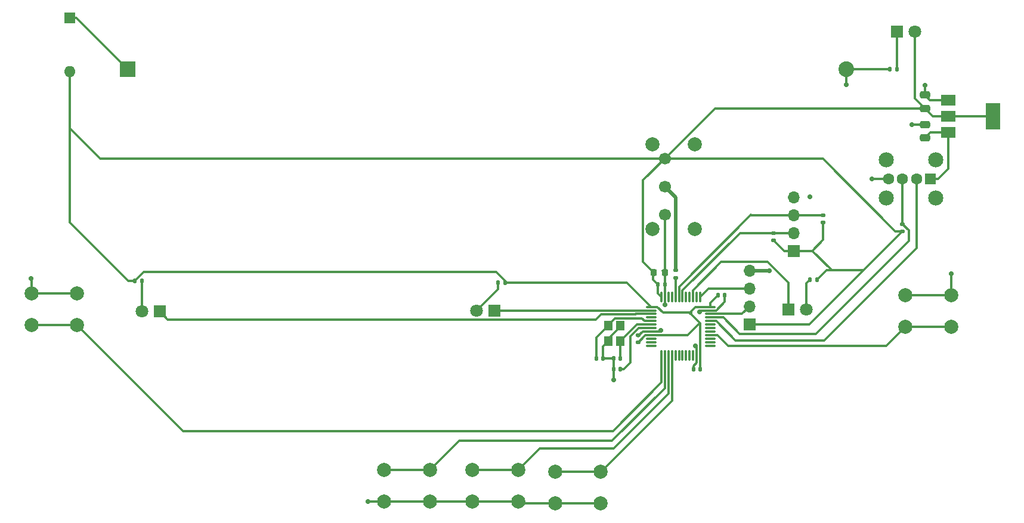
<source format=gbr>
%TF.GenerationSoftware,KiCad,Pcbnew,(6.0.5)*%
%TF.CreationDate,2022-08-19T06:06:55-03:00*%
%TF.ProjectId,chess_clock_proj,63686573-735f-4636-9c6f-636b5f70726f,v1.0*%
%TF.SameCoordinates,Original*%
%TF.FileFunction,Copper,L1,Top*%
%TF.FilePolarity,Positive*%
%FSLAX46Y46*%
G04 Gerber Fmt 4.6, Leading zero omitted, Abs format (unit mm)*
G04 Created by KiCad (PCBNEW (6.0.5)) date 2022-08-19 06:06:55*
%MOMM*%
%LPD*%
G01*
G04 APERTURE LIST*
G04 Aperture macros list*
%AMRoundRect*
0 Rectangle with rounded corners*
0 $1 Rounding radius*
0 $2 $3 $4 $5 $6 $7 $8 $9 X,Y pos of 4 corners*
0 Add a 4 corners polygon primitive as box body*
4,1,4,$2,$3,$4,$5,$6,$7,$8,$9,$2,$3,0*
0 Add four circle primitives for the rounded corners*
1,1,$1+$1,$2,$3*
1,1,$1+$1,$4,$5*
1,1,$1+$1,$6,$7*
1,1,$1+$1,$8,$9*
0 Add four rect primitives between the rounded corners*
20,1,$1+$1,$2,$3,$4,$5,0*
20,1,$1+$1,$4,$5,$6,$7,0*
20,1,$1+$1,$6,$7,$8,$9,0*
20,1,$1+$1,$8,$9,$2,$3,0*%
G04 Aperture macros list end*
%TA.AperFunction,SMDPad,CuDef*%
%ADD10RoundRect,0.135000X0.135000X0.185000X-0.135000X0.185000X-0.135000X-0.185000X0.135000X-0.185000X0*%
%TD*%
%TA.AperFunction,ComponentPad*%
%ADD11R,1.600000X1.600000*%
%TD*%
%TA.AperFunction,ComponentPad*%
%ADD12O,1.600000X1.600000*%
%TD*%
%TA.AperFunction,ComponentPad*%
%ADD13C,2.000000*%
%TD*%
%TA.AperFunction,SMDPad,CuDef*%
%ADD14RoundRect,0.140000X0.170000X-0.140000X0.170000X0.140000X-0.170000X0.140000X-0.170000X-0.140000X0*%
%TD*%
%TA.AperFunction,SMDPad,CuDef*%
%ADD15RoundRect,0.225000X-0.225000X-0.250000X0.225000X-0.250000X0.225000X0.250000X-0.225000X0.250000X0*%
%TD*%
%TA.AperFunction,SMDPad,CuDef*%
%ADD16RoundRect,0.135000X-0.185000X0.135000X-0.185000X-0.135000X0.185000X-0.135000X0.185000X0.135000X0*%
%TD*%
%TA.AperFunction,ComponentPad*%
%ADD17C,1.600000*%
%TD*%
%TA.AperFunction,ComponentPad*%
%ADD18C,2.150000*%
%TD*%
%TA.AperFunction,SMDPad,CuDef*%
%ADD19RoundRect,0.135000X-0.135000X-0.185000X0.135000X-0.185000X0.135000X0.185000X-0.135000X0.185000X0*%
%TD*%
%TA.AperFunction,ComponentPad*%
%ADD20R,2.230000X2.230000*%
%TD*%
%TA.AperFunction,ComponentPad*%
%ADD21C,2.230000*%
%TD*%
%TA.AperFunction,SMDPad,CuDef*%
%ADD22RoundRect,0.250000X0.475000X-0.250000X0.475000X0.250000X-0.475000X0.250000X-0.475000X-0.250000X0*%
%TD*%
%TA.AperFunction,SMDPad,CuDef*%
%ADD23R,2.000000X1.500000*%
%TD*%
%TA.AperFunction,SMDPad,CuDef*%
%ADD24R,2.000000X3.800000*%
%TD*%
%TA.AperFunction,ComponentPad*%
%ADD25R,1.800000X1.800000*%
%TD*%
%TA.AperFunction,ComponentPad*%
%ADD26C,1.800000*%
%TD*%
%TA.AperFunction,ComponentPad*%
%ADD27R,1.700000X1.700000*%
%TD*%
%TA.AperFunction,ComponentPad*%
%ADD28O,1.700000X1.700000*%
%TD*%
%TA.AperFunction,SMDPad,CuDef*%
%ADD29RoundRect,0.135000X0.185000X-0.135000X0.185000X0.135000X-0.185000X0.135000X-0.185000X-0.135000X0*%
%TD*%
%TA.AperFunction,SMDPad,CuDef*%
%ADD30RoundRect,0.075000X-0.662500X-0.075000X0.662500X-0.075000X0.662500X0.075000X-0.662500X0.075000X0*%
%TD*%
%TA.AperFunction,SMDPad,CuDef*%
%ADD31RoundRect,0.075000X-0.075000X-0.662500X0.075000X-0.662500X0.075000X0.662500X-0.075000X0.662500X0*%
%TD*%
%TA.AperFunction,SMDPad,CuDef*%
%ADD32RoundRect,0.140000X-0.140000X-0.170000X0.140000X-0.170000X0.140000X0.170000X-0.140000X0.170000X0*%
%TD*%
%TA.AperFunction,SMDPad,CuDef*%
%ADD33R,1.200000X1.400000*%
%TD*%
%TA.AperFunction,SMDPad,CuDef*%
%ADD34RoundRect,0.140000X0.140000X0.170000X-0.140000X0.170000X-0.140000X-0.170000X0.140000X-0.170000X0*%
%TD*%
%TA.AperFunction,ComponentPad*%
%ADD35C,1.700000*%
%TD*%
%TA.AperFunction,ViaPad*%
%ADD36C,0.700000*%
%TD*%
%TA.AperFunction,Conductor*%
%ADD37C,0.300000*%
%TD*%
%TA.AperFunction,Conductor*%
%ADD38C,0.500000*%
%TD*%
G04 APERTURE END LIST*
D10*
%TO.P,R8,1*%
%TO.N,Net-(D4-Pad1)*%
X205710000Y-66400000D03*
%TO.P,R8,2*%
%TO.N,GND*%
X204690000Y-66400000D03*
%TD*%
D11*
%TO.P,SW7,1,1*%
%TO.N,Net-(J4-Pad1)*%
X88300000Y-59132500D03*
D12*
%TO.P,SW7,2,2*%
%TO.N,+3V3*%
X88300000Y-66752500D03*
%TD*%
D13*
%TO.P,SW6,1,1*%
%TO.N,/BUTTON_PLUS*%
X157185000Y-123580000D03*
X163685000Y-123580000D03*
%TO.P,SW6,2,2*%
%TO.N,GND*%
X157185000Y-128080000D03*
X163685000Y-128080000D03*
%TD*%
D14*
%TO.P,C3,1*%
%TO.N,+3V3*%
X169000000Y-105180000D03*
%TO.P,C3,2*%
%TO.N,GND*%
X169000000Y-104220000D03*
%TD*%
D15*
%TO.P,C1,1*%
%TO.N,+3V3*%
X171225000Y-95300000D03*
%TO.P,C1,2*%
%TO.N,GND*%
X172775000Y-95300000D03*
%TD*%
D16*
%TO.P,R4,1*%
%TO.N,Net-(R4-Pad1)*%
X174300000Y-94990000D03*
%TO.P,R4,2*%
%TO.N,/BOOT0*%
X174300000Y-96010000D03*
%TD*%
D11*
%TO.P,J1,1,VBUS*%
%TO.N,VBUS*%
X210510000Y-82000000D03*
D17*
%TO.P,J1,2,D-*%
%TO.N,/USB_D-*%
X208510000Y-82000000D03*
%TO.P,J1,3,D+*%
%TO.N,/USB_D+*%
X206510000Y-82000000D03*
%TO.P,J1,4,GND*%
%TO.N,GND*%
X204510000Y-82000000D03*
D18*
%TO.P,J1,5,Shield*%
%TO.N,unconnected-(J1-Pad5)*%
X211240000Y-79280000D03*
X204240000Y-84720000D03*
X204240000Y-79280000D03*
X211240000Y-84720000D03*
%TD*%
D13*
%TO.P,SW2,1,1*%
%TO.N,/BUTTON_PLAY*%
X145435000Y-123330000D03*
X151935000Y-123330000D03*
%TO.P,SW2,2,2*%
%TO.N,GND*%
X151935000Y-127830000D03*
X145435000Y-127830000D03*
%TD*%
D19*
%TO.P,R1,1*%
%TO.N,Net-(D1-Pad2)*%
X149090000Y-96700000D03*
%TO.P,R1,2*%
%TO.N,+3V3*%
X150110000Y-96700000D03*
%TD*%
D20*
%TO.P,J4,1,Pin_1*%
%TO.N,Net-(J4-Pad1)*%
X96500000Y-66400000D03*
D21*
%TO.P,J4,2,Pin_2*%
%TO.N,GND*%
X198500000Y-66400000D03*
%TD*%
D13*
%TO.P,SW4,1,1*%
%TO.N,/BUTTON_MINUS*%
X139435000Y-123330000D03*
X132935000Y-123330000D03*
%TO.P,SW4,2,2*%
%TO.N,GND*%
X132935000Y-127830000D03*
X139435000Y-127830000D03*
%TD*%
D22*
%TO.P,C9,1*%
%TO.N,VBUS*%
X209710000Y-76180000D03*
%TO.P,C9,2*%
%TO.N,GND*%
X209710000Y-74280000D03*
%TD*%
D10*
%TO.P,R2,1*%
%TO.N,Net-(D2-Pad2)*%
X98510000Y-96500000D03*
%TO.P,R2,2*%
%TO.N,+3V3*%
X97490000Y-96500000D03*
%TD*%
D22*
%TO.P,C10,1*%
%TO.N,+3V3*%
X209710000Y-71980000D03*
%TO.P,C10,2*%
%TO.N,GND*%
X209710000Y-70080000D03*
%TD*%
D23*
%TO.P,U2,1,GND*%
%TO.N,GND*%
X213050000Y-70800000D03*
D24*
%TO.P,U2,2,VO*%
%TO.N,+3V3*%
X219350000Y-73100000D03*
D23*
X213050000Y-73100000D03*
%TO.P,U2,3,VI*%
%TO.N,VBUS*%
X213050000Y-75400000D03*
%TD*%
D25*
%TO.P,D4,1,K*%
%TO.N,Net-(D4-Pad1)*%
X205725000Y-61100000D03*
D26*
%TO.P,D4,2,A*%
%TO.N,+3V3*%
X208265000Y-61100000D03*
%TD*%
D27*
%TO.P,J2,1,Pin_1*%
%TO.N,+3V3*%
X184842500Y-102622500D03*
D28*
%TO.P,J2,2,Pin_2*%
%TO.N,/SWDIO*%
X184842500Y-100082500D03*
%TO.P,J2,3,Pin_3*%
%TO.N,/SWCLK*%
X184842500Y-97542500D03*
%TO.P,J2,4,Pin_4*%
%TO.N,GND*%
X184842500Y-95002500D03*
%TD*%
D27*
%TO.P,J3,1,Pin_1*%
%TO.N,+3V3*%
X191100000Y-92200000D03*
D28*
%TO.P,J3,2,Pin_2*%
%TO.N,/I2C1_SCL*%
X191100000Y-89660000D03*
%TO.P,J3,3,Pin_3*%
%TO.N,/I2C1_SDA*%
X191100000Y-87120000D03*
%TO.P,J3,4,Pin_4*%
%TO.N,GND*%
X191100000Y-84580000D03*
%TD*%
D29*
%TO.P,R5,1*%
%TO.N,+3V3*%
X206500000Y-89410000D03*
%TO.P,R5,2*%
%TO.N,/USB_D+*%
X206500000Y-88390000D03*
%TD*%
D25*
%TO.P,D3,1,K*%
%TO.N,/LED_J2*%
X190292500Y-100542500D03*
D26*
%TO.P,D3,2,A*%
%TO.N,Net-(D3-Pad2)*%
X192832500Y-100542500D03*
%TD*%
D13*
%TO.P,SW5,1,1*%
%TO.N,/BUTTON_J2*%
X206900000Y-103000000D03*
X213400000Y-103000000D03*
%TO.P,SW5,2,2*%
%TO.N,GND*%
X213400000Y-98500000D03*
X206900000Y-98500000D03*
%TD*%
D30*
%TO.P,U1,1,VBAT*%
%TO.N,+3V3*%
X170880000Y-100172500D03*
%TO.P,U1,2,PC13*%
%TO.N,/LED*%
X170880000Y-100672500D03*
%TO.P,U1,3,PC14*%
%TO.N,/LED_J1*%
X170880000Y-101172500D03*
%TO.P,U1,4,PC15*%
%TO.N,unconnected-(U1-Pad4)*%
X170880000Y-101672500D03*
%TO.P,U1,5,PD0*%
%TO.N,/HSE_IN*%
X170880000Y-102172500D03*
%TO.P,U1,6,PD1*%
%TO.N,/HSE_OUT*%
X170880000Y-102672500D03*
%TO.P,U1,7,NRST*%
%TO.N,/NRST*%
X170880000Y-103172500D03*
%TO.P,U1,8,VSSA*%
%TO.N,GND*%
X170880000Y-103672500D03*
%TO.P,U1,9,VDDA*%
%TO.N,+3V3*%
X170880000Y-104172500D03*
%TO.P,U1,10,PA0*%
%TO.N,unconnected-(U1-Pad10)*%
X170880000Y-104672500D03*
%TO.P,U1,11,PA1*%
%TO.N,unconnected-(U1-Pad11)*%
X170880000Y-105172500D03*
%TO.P,U1,12,PA2*%
%TO.N,unconnected-(U1-Pad12)*%
X170880000Y-105672500D03*
D31*
%TO.P,U1,13,PA3*%
%TO.N,/BUTTON_J1*%
X172292500Y-107085000D03*
%TO.P,U1,14,PA4*%
%TO.N,/BUTTON_MINUS*%
X172792500Y-107085000D03*
%TO.P,U1,15,PA5*%
%TO.N,/BUTTON_PLAY*%
X173292500Y-107085000D03*
%TO.P,U1,16,PA6*%
%TO.N,/BUTTON_PLUS*%
X173792500Y-107085000D03*
%TO.P,U1,17,PA7*%
%TO.N,unconnected-(U1-Pad17)*%
X174292500Y-107085000D03*
%TO.P,U1,18,PB0*%
%TO.N,unconnected-(U1-Pad18)*%
X174792500Y-107085000D03*
%TO.P,U1,19,PB1*%
%TO.N,unconnected-(U1-Pad19)*%
X175292500Y-107085000D03*
%TO.P,U1,20,PB2*%
%TO.N,unconnected-(U1-Pad20)*%
X175792500Y-107085000D03*
%TO.P,U1,21,PB10*%
%TO.N,unconnected-(U1-Pad21)*%
X176292500Y-107085000D03*
%TO.P,U1,22,PB11*%
%TO.N,unconnected-(U1-Pad22)*%
X176792500Y-107085000D03*
%TO.P,U1,23,VSS*%
%TO.N,GND*%
X177292500Y-107085000D03*
%TO.P,U1,24,VDD*%
%TO.N,+3V3*%
X177792500Y-107085000D03*
D30*
%TO.P,U1,25,PB12*%
%TO.N,unconnected-(U1-Pad25)*%
X179205000Y-105672500D03*
%TO.P,U1,26,PB13*%
%TO.N,unconnected-(U1-Pad26)*%
X179205000Y-105172500D03*
%TO.P,U1,27,PB14*%
%TO.N,unconnected-(U1-Pad27)*%
X179205000Y-104672500D03*
%TO.P,U1,28,PB15*%
%TO.N,/BUTTON_J2*%
X179205000Y-104172500D03*
%TO.P,U1,29,PA8*%
%TO.N,unconnected-(U1-Pad29)*%
X179205000Y-103672500D03*
%TO.P,U1,30,PA9*%
%TO.N,unconnected-(U1-Pad30)*%
X179205000Y-103172500D03*
%TO.P,U1,31,PA10*%
%TO.N,unconnected-(U1-Pad31)*%
X179205000Y-102672500D03*
%TO.P,U1,32,PA11*%
%TO.N,/USB_D-*%
X179205000Y-102172500D03*
%TO.P,U1,33,PA12*%
%TO.N,/USB_D+*%
X179205000Y-101672500D03*
%TO.P,U1,34,PA13*%
%TO.N,/SWDIO*%
X179205000Y-101172500D03*
%TO.P,U1,35,VSS*%
%TO.N,GND*%
X179205000Y-100672500D03*
%TO.P,U1,36,VDD*%
%TO.N,+3V3*%
X179205000Y-100172500D03*
D31*
%TO.P,U1,37,PA14*%
%TO.N,/SWCLK*%
X177792500Y-98760000D03*
%TO.P,U1,38,PA15*%
%TO.N,unconnected-(U1-Pad38)*%
X177292500Y-98760000D03*
%TO.P,U1,39,PB3*%
%TO.N,/LED_J2*%
X176792500Y-98760000D03*
%TO.P,U1,40,PB4*%
%TO.N,unconnected-(U1-Pad40)*%
X176292500Y-98760000D03*
%TO.P,U1,41,PB5*%
%TO.N,unconnected-(U1-Pad41)*%
X175792500Y-98760000D03*
%TO.P,U1,42,PB6*%
%TO.N,/I2C1_SCL*%
X175292500Y-98760000D03*
%TO.P,U1,43,PB7*%
%TO.N,/I2C1_SDA*%
X174792500Y-98760000D03*
%TO.P,U1,44,BOOT0*%
%TO.N,/BOOT0*%
X174292500Y-98760000D03*
%TO.P,U1,45,PB8*%
%TO.N,unconnected-(U1-Pad45)*%
X173792500Y-98760000D03*
%TO.P,U1,46,PB9*%
%TO.N,unconnected-(U1-Pad46)*%
X173292500Y-98760000D03*
%TO.P,U1,47,VSS*%
%TO.N,GND*%
X172792500Y-98760000D03*
%TO.P,U1,48,VDD*%
%TO.N,+3V3*%
X172292500Y-98760000D03*
%TD*%
D32*
%TO.P,C2,1*%
%TO.N,+3V3*%
X171820000Y-97000000D03*
%TO.P,C2,2*%
%TO.N,GND*%
X172780000Y-97000000D03*
%TD*%
D19*
%TO.P,R3,1*%
%TO.N,Net-(D3-Pad2)*%
X193332500Y-96322500D03*
%TO.P,R3,2*%
%TO.N,+3V3*%
X194352500Y-96322500D03*
%TD*%
D32*
%TO.P,C4,1*%
%TO.N,+3V3*%
X180320000Y-98500000D03*
%TO.P,C4,2*%
%TO.N,GND*%
X181280000Y-98500000D03*
%TD*%
D33*
%TO.P,Y1,1,1*%
%TO.N,/HSE_IN*%
X164762500Y-102822500D03*
%TO.P,Y1,2,2*%
%TO.N,GND*%
X164762500Y-105022500D03*
%TO.P,Y1,3,3*%
%TO.N,/HSE_OUT*%
X166462500Y-105022500D03*
%TO.P,Y1,4,4*%
%TO.N,GND*%
X166462500Y-102822500D03*
%TD*%
D34*
%TO.P,C6,1*%
%TO.N,/NRST*%
X166452500Y-109032500D03*
%TO.P,C6,2*%
%TO.N,GND*%
X165492500Y-109032500D03*
%TD*%
D13*
%TO.P,SW1,*%
%TO.N,*%
X177050000Y-77100000D03*
X171050000Y-89100000D03*
X177050000Y-89100000D03*
X171050000Y-77100000D03*
D35*
%TO.P,SW1,1,A*%
%TO.N,GND*%
X172800000Y-87100000D03*
%TO.P,SW1,2,B*%
%TO.N,Net-(R4-Pad1)*%
X172800000Y-83100000D03*
%TO.P,SW1,3,C*%
%TO.N,+3V3*%
X172800000Y-79100000D03*
%TD*%
D25*
%TO.P,D2,1,K*%
%TO.N,/LED_J1*%
X101075000Y-100800000D03*
D26*
%TO.P,D2,2,A*%
%TO.N,Net-(D2-Pad2)*%
X98535000Y-100800000D03*
%TD*%
D34*
%TO.P,C5,1*%
%TO.N,+3V3*%
X177812500Y-109000000D03*
%TO.P,C5,2*%
%TO.N,GND*%
X176852500Y-109000000D03*
%TD*%
D16*
%TO.P,R6,1*%
%TO.N,/I2C1_SCL*%
X188210000Y-89670000D03*
%TO.P,R6,2*%
%TO.N,+3V3*%
X188210000Y-90690000D03*
%TD*%
D32*
%TO.P,C7,1*%
%TO.N,/HSE_IN*%
X163052500Y-107522500D03*
%TO.P,C7,2*%
%TO.N,GND*%
X164012500Y-107522500D03*
%TD*%
D25*
%TO.P,D1,1,K*%
%TO.N,/LED*%
X148575000Y-100700000D03*
D26*
%TO.P,D1,2,A*%
%TO.N,Net-(D1-Pad2)*%
X146035000Y-100700000D03*
%TD*%
D34*
%TO.P,C8,1*%
%TO.N,/HSE_OUT*%
X166462500Y-107522500D03*
%TO.P,C8,2*%
%TO.N,GND*%
X165502500Y-107522500D03*
%TD*%
D16*
%TO.P,R7,1*%
%TO.N,/I2C1_SDA*%
X195247500Y-87137500D03*
%TO.P,R7,2*%
%TO.N,+3V3*%
X195247500Y-88157500D03*
%TD*%
D13*
%TO.P,SW3,1,1*%
%TO.N,/BUTTON_J1*%
X89360000Y-102750000D03*
X82860000Y-102750000D03*
%TO.P,SW3,2,2*%
%TO.N,GND*%
X89360000Y-98250000D03*
X82860000Y-98250000D03*
%TD*%
D36*
%TO.N,GND*%
X130600000Y-127800000D03*
X213450000Y-95450000D03*
X198500000Y-68600000D03*
X202200000Y-82000000D03*
X165492500Y-110492500D03*
X82820000Y-96100000D03*
X177100000Y-105700000D03*
X172791179Y-99881300D03*
X193347500Y-84547500D03*
X202200000Y-82000000D03*
X209700000Y-68700000D03*
X177700000Y-100900000D03*
X187597500Y-95002500D03*
X172200000Y-103500000D03*
X207820000Y-74280000D03*
%TD*%
D37*
%TO.N,+3V3*%
X194352500Y-96322500D02*
X195765000Y-94910000D01*
X171820000Y-97000000D02*
X171800000Y-97000000D01*
X171200000Y-95300000D02*
X169700000Y-93800000D01*
X176500000Y-101200000D02*
X176310252Y-101010252D01*
X150110000Y-96510000D02*
X150110000Y-96700000D01*
X167407500Y-96700000D02*
X170880000Y-100172500D01*
X191100000Y-92200000D02*
X189720000Y-92200000D01*
X201000000Y-94910000D02*
X193287500Y-102622500D01*
X189720000Y-92200000D02*
X188210000Y-90690000D01*
X208265000Y-70535000D02*
X208265000Y-61100000D01*
X177799511Y-107077989D02*
X177799511Y-102499511D01*
X179205000Y-99595000D02*
X179205000Y-100172500D01*
X169042285Y-105180000D02*
X169792980Y-104429305D01*
X177127500Y-100172500D02*
X176500000Y-100800000D01*
X210830000Y-73100000D02*
X213050000Y-73100000D01*
X171717861Y-100172500D02*
X172535109Y-100989748D01*
X171882761Y-104172020D02*
X171910252Y-104199511D01*
X172535109Y-100989748D02*
X176310252Y-100989748D01*
X196010000Y-94910000D02*
X196310000Y-94910000D01*
X195200000Y-79100000D02*
X205510000Y-89410000D01*
X170880000Y-100172500D02*
X171717861Y-100172500D01*
X201000000Y-94910000D02*
X206500000Y-89410000D01*
X179205000Y-100172500D02*
X177127500Y-100172500D01*
X88300000Y-88200000D02*
X88300000Y-74800000D01*
X195247500Y-88157500D02*
X195247500Y-90652500D01*
X88300000Y-74800000D02*
X88300000Y-66752500D01*
X209710000Y-71980000D02*
X179920000Y-71980000D01*
X169792980Y-104421659D02*
X170042619Y-104172020D01*
X195247500Y-90652500D02*
X193700000Y-92200000D01*
X213050000Y-73100000D02*
X219350000Y-73100000D01*
X96600000Y-96500000D02*
X88300000Y-88200000D01*
X176000489Y-104199511D02*
X177700000Y-102500000D01*
X176500000Y-100800000D02*
X176500000Y-101200000D01*
X180300000Y-98500000D02*
X179205000Y-99595000D01*
X171910252Y-104199511D02*
X176000489Y-104199511D01*
X169792980Y-104429305D02*
X169792980Y-104421659D01*
X177792500Y-107085000D02*
X177799511Y-107077989D01*
X171100000Y-96300000D02*
X171100000Y-95425000D01*
X170042619Y-104172020D02*
X171882761Y-104172020D01*
X169700000Y-82200000D02*
X172800000Y-79100000D01*
X171800000Y-97000000D02*
X171100000Y-96300000D01*
X171820000Y-97000000D02*
X171820000Y-98287500D01*
X196310000Y-94810000D02*
X196310000Y-94910000D01*
X172800000Y-79100000D02*
X92600000Y-79100000D01*
X196310000Y-94910000D02*
X201000000Y-94910000D01*
X171820000Y-98287500D02*
X172292500Y-98760000D01*
X195765000Y-94910000D02*
X196010000Y-94910000D01*
X209710000Y-71980000D02*
X208265000Y-70535000D01*
X205510000Y-89410000D02*
X206500000Y-89410000D01*
X169700000Y-93800000D02*
X169700000Y-82200000D01*
X98790000Y-95200000D02*
X148800000Y-95200000D01*
X193287500Y-102622500D02*
X184842500Y-102622500D01*
X179920000Y-71980000D02*
X172800000Y-79100000D01*
X97490000Y-96500000D02*
X98790000Y-95200000D01*
X180320000Y-98500000D02*
X180300000Y-98500000D01*
X172800000Y-79100000D02*
X195200000Y-79100000D01*
X171100000Y-95425000D02*
X171225000Y-95300000D01*
X171225000Y-95300000D02*
X171200000Y-95300000D01*
X176310252Y-101010252D02*
X176310252Y-100989748D01*
X171225000Y-95300000D02*
X171100000Y-95300000D01*
X193700000Y-92200000D02*
X196310000Y-94810000D01*
X148800000Y-95200000D02*
X150110000Y-96510000D01*
X191100000Y-92200000D02*
X193700000Y-92200000D01*
X150110000Y-96700000D02*
X167407500Y-96700000D01*
X177812500Y-109000000D02*
X177812500Y-107105000D01*
X177799511Y-102499511D02*
X176500000Y-101200000D01*
X169000000Y-105280000D02*
X169042285Y-105280000D01*
X169000000Y-105180000D02*
X169042285Y-105180000D01*
X92600000Y-79100000D02*
X88300000Y-74800000D01*
X209710000Y-71980000D02*
X210830000Y-73100000D01*
X97490000Y-96500000D02*
X96600000Y-96500000D01*
X177812500Y-107105000D02*
X177792500Y-107085000D01*
%TO.N,GND*%
X177292500Y-105892500D02*
X177100000Y-105700000D01*
X172780000Y-95305000D02*
X172775000Y-95300000D01*
X157185000Y-128080000D02*
X152185000Y-128080000D01*
X172775000Y-96995000D02*
X172780000Y-97000000D01*
X181280000Y-99435361D02*
X180042861Y-100672500D01*
D38*
X184842500Y-95002500D02*
X187597500Y-95002500D01*
D37*
X177292500Y-107085000D02*
X177292500Y-105892500D01*
X165500000Y-110500000D02*
X165492500Y-110492500D01*
X177300000Y-105700000D02*
X177100000Y-105700000D01*
X165492500Y-109032500D02*
X165492500Y-107532500D01*
X213050000Y-70800000D02*
X210430000Y-70800000D01*
X209710000Y-68710000D02*
X209700000Y-68700000D01*
X89360000Y-98250000D02*
X82860000Y-98250000D01*
X165492500Y-109032500D02*
X165492500Y-110492500D01*
X152185000Y-128080000D02*
X151935000Y-127830000D01*
X204510000Y-82000000D02*
X202200000Y-82000000D01*
X172792500Y-97012500D02*
X172792500Y-98760000D01*
X145435000Y-127830000D02*
X151935000Y-127830000D01*
X177292500Y-108107500D02*
X176852500Y-108547500D01*
X172791179Y-99808821D02*
X172791179Y-99881300D01*
X204690000Y-66400000D02*
X198500000Y-66400000D01*
X164012500Y-105772500D02*
X164762500Y-105022500D01*
X172780000Y-97000000D02*
X172792500Y-97012500D01*
X172792500Y-98760000D02*
X172792500Y-99792500D01*
X172780000Y-97000000D02*
X172780000Y-95305000D01*
X132935000Y-127830000D02*
X139435000Y-127830000D01*
D38*
X187600000Y-95000000D02*
X187597500Y-95002500D01*
D37*
X169000000Y-104300000D02*
X169627500Y-103672500D01*
X164762500Y-104723478D02*
X166462500Y-103023478D01*
X181280000Y-98500000D02*
X181280000Y-99435361D01*
X164012500Y-107522500D02*
X164012500Y-105772500D01*
X82860000Y-98250000D02*
X82860000Y-96140000D01*
X157185000Y-128080000D02*
X163685000Y-128080000D01*
X198500000Y-66400000D02*
X198500000Y-68600000D01*
X172800000Y-95275000D02*
X172800000Y-87100000D01*
X210430000Y-70800000D02*
X209710000Y-70080000D01*
X172800000Y-99800000D02*
X172791179Y-99808821D01*
X82860000Y-96140000D02*
X82820000Y-96100000D01*
X172792500Y-99792500D02*
X172800000Y-99800000D01*
X172775000Y-95300000D02*
X172800000Y-95275000D01*
X209710000Y-74280000D02*
X207820000Y-74280000D01*
X132935000Y-127830000D02*
X130630000Y-127830000D01*
X130630000Y-127830000D02*
X130600000Y-127800000D01*
X172800000Y-97020000D02*
X172780000Y-97000000D01*
X213400000Y-98500000D02*
X213400000Y-95500000D01*
X172027500Y-103672500D02*
X170880000Y-103672500D01*
X172200000Y-103500000D02*
X172027500Y-103672500D01*
X165492500Y-107532500D02*
X165502500Y-107522500D01*
X164012500Y-107522500D02*
X165502500Y-107522500D01*
X209710000Y-70080000D02*
X209710000Y-68710000D01*
X207800000Y-74300000D02*
X207820000Y-74280000D01*
X213400000Y-95500000D02*
X213450000Y-95450000D01*
X180042861Y-100672500D02*
X179205000Y-100672500D01*
X169000000Y-104320000D02*
X169000000Y-104300000D01*
X177700000Y-100900000D02*
X177927500Y-100672500D01*
X177927500Y-100672500D02*
X179205000Y-100672500D01*
X177292500Y-107085000D02*
X177292500Y-108107500D01*
X172775000Y-95300000D02*
X172500000Y-95025000D01*
X176852500Y-108547500D02*
X176852500Y-109000000D01*
X206900000Y-98500000D02*
X213400000Y-98500000D01*
X169627500Y-103672500D02*
X170880000Y-103672500D01*
X145435000Y-127830000D02*
X139435000Y-127830000D01*
X166462500Y-103023478D02*
X166462500Y-102822500D01*
X164762500Y-105022500D02*
X164762500Y-104723478D01*
%TO.N,VBUS*%
X213050000Y-80560000D02*
X211610000Y-82000000D01*
X213050000Y-75400000D02*
X213050000Y-80560000D01*
X210490000Y-75400000D02*
X209710000Y-76180000D01*
X213050000Y-75400000D02*
X210490000Y-75400000D01*
X211610000Y-82000000D02*
X210510000Y-82000000D01*
%TO.N,/NRST*%
X167900000Y-104317715D02*
X167900000Y-108100000D01*
X166967500Y-109032500D02*
X166452500Y-109032500D01*
X170880000Y-103172500D02*
X169045215Y-103172500D01*
X169045215Y-103172500D02*
X167900000Y-104317715D01*
X167900000Y-108100000D02*
X166967500Y-109032500D01*
%TO.N,/HSE_IN*%
X164762500Y-102822500D02*
X164762500Y-102722500D01*
X164762500Y-102822500D02*
X163100000Y-104485000D01*
X163100000Y-104485000D02*
X163100000Y-107475000D01*
X169891161Y-102172500D02*
X170880000Y-102172500D01*
X165712011Y-101772989D02*
X169491650Y-101772989D01*
X169491650Y-101772989D02*
X169891161Y-102172500D01*
X164762500Y-102722500D02*
X165712011Y-101772989D01*
X163100000Y-107475000D02*
X163052500Y-107522500D01*
%TO.N,/HSE_OUT*%
X166462500Y-107522500D02*
X166462500Y-105022500D01*
X166462500Y-105022500D02*
X168812500Y-102672500D01*
X168812500Y-102672500D02*
X170880000Y-102672500D01*
%TO.N,/LED*%
X168445000Y-100700000D02*
X148575000Y-100700000D01*
X168472500Y-100672500D02*
X168445000Y-100700000D01*
X170880000Y-100672500D02*
X168472500Y-100672500D01*
%TO.N,Net-(D1-Pad2)*%
X149090000Y-97645000D02*
X149090000Y-96700000D01*
X146035000Y-100700000D02*
X149090000Y-97645000D01*
%TO.N,/LED_J1*%
X101075000Y-100800000D02*
X102224511Y-101949511D01*
X168651907Y-101199520D02*
X168679407Y-101172020D01*
X171000000Y-101172020D02*
X170999520Y-101172500D01*
X168679407Y-101172020D02*
X171000000Y-101172020D01*
X170999520Y-101172500D02*
X170880000Y-101172500D01*
X102224511Y-101949511D02*
X162950489Y-101949511D01*
X163700480Y-101199520D02*
X168651907Y-101199520D01*
X162950489Y-101949511D02*
X163700480Y-101199520D01*
%TO.N,Net-(D2-Pad2)*%
X98535000Y-100800000D02*
X98535000Y-96525000D01*
X98535000Y-96525000D02*
X98510000Y-96500000D01*
%TO.N,/LED_J2*%
X190292500Y-96692500D02*
X187402989Y-93802989D01*
X180797010Y-93802989D02*
X176792020Y-97807979D01*
X176792020Y-97807979D02*
X176792020Y-98759520D01*
X176792020Y-98759520D02*
X176792500Y-98760000D01*
X187402989Y-93802989D02*
X180797010Y-93802989D01*
X190292500Y-100542500D02*
X190292500Y-96692500D01*
%TO.N,Net-(D3-Pad2)*%
X193332500Y-96322500D02*
X192832500Y-96822500D01*
X192832500Y-96822500D02*
X192832500Y-100542500D01*
%TO.N,Net-(D4-Pad1)*%
X205725000Y-66385000D02*
X205725000Y-61100000D01*
X205710000Y-66400000D02*
X205725000Y-66385000D01*
%TO.N,/USB_D-*%
X208510000Y-91790000D02*
X208510000Y-82000000D01*
X195400000Y-104900000D02*
X208510000Y-91790000D01*
X180042861Y-102172500D02*
X182770361Y-104900000D01*
X182770361Y-104900000D02*
X195400000Y-104900000D01*
X179205000Y-102172500D02*
X180042861Y-102172500D01*
%TO.N,/SWDIO*%
X183752020Y-101172980D02*
X179205480Y-101172980D01*
X184842500Y-100082500D02*
X183752020Y-101172980D01*
X179205480Y-101172980D02*
X179205000Y-101172500D01*
%TO.N,/SWCLK*%
X184842500Y-97542500D02*
X179010000Y-97542500D01*
X179010000Y-97542500D02*
X177792500Y-98760000D01*
%TO.N,/I2C1_SCL*%
X183350000Y-89750000D02*
X175292500Y-97807500D01*
X183430000Y-89670000D02*
X183350000Y-89750000D01*
X188210000Y-89670000D02*
X183430000Y-89670000D01*
X175292500Y-97807500D02*
X175292500Y-98760000D01*
X188210000Y-89670000D02*
X191090000Y-89670000D01*
X191090000Y-89670000D02*
X191100000Y-89660000D01*
%TO.N,/I2C1_SDA*%
X195247500Y-87137500D02*
X195230000Y-87120000D01*
X185020000Y-87120000D02*
X185000000Y-87100000D01*
X195230000Y-87120000D02*
X191100000Y-87120000D01*
X191100000Y-87120000D02*
X185020000Y-87120000D01*
X174792500Y-98760000D02*
X174792500Y-97307500D01*
X174792500Y-97307500D02*
X185000000Y-87100000D01*
D38*
%TO.N,Net-(R4-Pad1)*%
X174300000Y-94990000D02*
X174300000Y-84600000D01*
X174300000Y-84600000D02*
X172800000Y-83100000D01*
D37*
%TO.N,/BOOT0*%
X174292500Y-98760000D02*
X174292500Y-96607500D01*
X174292500Y-96607500D02*
X174300000Y-96600000D01*
X174300000Y-96600000D02*
X174300000Y-96010000D01*
%TO.N,/BUTTON_J1*%
X89360000Y-102750000D02*
X82860000Y-102750000D01*
X89360000Y-102750000D02*
X104410000Y-117800000D01*
X172292500Y-110907500D02*
X172292500Y-107085000D01*
X165400000Y-117800000D02*
X172292500Y-110907500D01*
X104410000Y-117800000D02*
X165400000Y-117800000D01*
%TO.N,/BUTTON_J2*%
X206900000Y-103000000D02*
X204200000Y-105700000D01*
X180272500Y-104172500D02*
X179205000Y-104172500D01*
X213400000Y-103000000D02*
X206900000Y-103000000D01*
X204200000Y-105700000D02*
X181800000Y-105700000D01*
X181800000Y-105700000D02*
X180272500Y-104172500D01*
%TO.N,/USB_D+*%
X206500000Y-88390000D02*
X206510000Y-88380000D01*
X207400000Y-89290000D02*
X206500000Y-88390000D01*
X183400000Y-104000000D02*
X194200000Y-104000000D01*
X179205000Y-101672500D02*
X181072500Y-101672500D01*
X206510000Y-88380000D02*
X206510000Y-82000000D01*
X207400000Y-90800000D02*
X207400000Y-89290000D01*
X181072500Y-101672500D02*
X183400000Y-104000000D01*
X194200000Y-104000000D02*
X207400000Y-90800000D01*
%TO.N,Net-(J4-Pad1)*%
X96500000Y-66400000D02*
X89232500Y-59132500D01*
X89232500Y-59132500D02*
X88300000Y-59132500D01*
%TO.N,/BUTTON_PLAY*%
X165500000Y-120300000D02*
X173292500Y-112507500D01*
X155000000Y-120265000D02*
X155000000Y-120300000D01*
X151935000Y-123330000D02*
X155000000Y-120265000D01*
X173292500Y-112507500D02*
X173292500Y-107085000D01*
X155000000Y-120300000D02*
X165500000Y-120300000D01*
X145435000Y-123330000D02*
X151935000Y-123330000D01*
%TO.N,/BUTTON_MINUS*%
X139435000Y-123330000D02*
X143565000Y-119200000D01*
X132935000Y-123330000D02*
X139435000Y-123330000D01*
X172792500Y-111707500D02*
X172792500Y-107085000D01*
X165300000Y-119200000D02*
X172792500Y-111707500D01*
X143565000Y-119200000D02*
X165300000Y-119200000D01*
%TO.N,/BUTTON_PLUS*%
X173792500Y-113507500D02*
X173792500Y-107085000D01*
X157185000Y-123580000D02*
X163685000Y-123580000D01*
X163685000Y-123580000D02*
X163720000Y-123580000D01*
X163720000Y-123580000D02*
X173792500Y-113507500D01*
%TD*%
M02*

</source>
